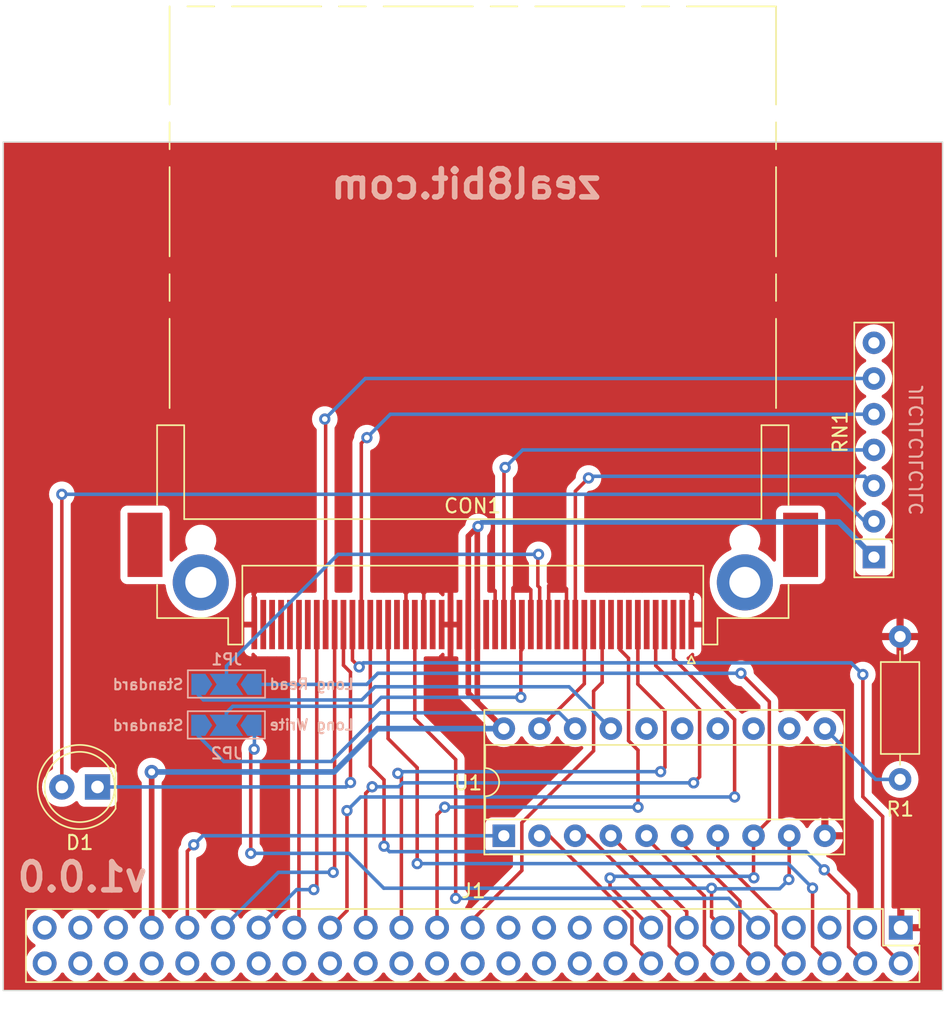
<source format=kicad_pcb>
(kicad_pcb (version 20221018) (generator pcbnew)
  (layers (0 "F.Cu" signal) (31 "B.Cu" signal) (34 "B.Paste" user) (35 "F.Paste" user) (36 "B.SilkS" user "B.Silkscreen") (37 "F.SilkS" user "F.Silkscreen") (38 "B.Mask" user) (39 "F.Mask" user) (44 "Edge.Cuts" user))
  (net 0 "")
  (net 1 "GND")
  (net 2 "/DATA_3")
  (net 3 "/DATA_4")
  (net 4 "/DATA_5")
  (net 5 "/DATA_6")
  (net 6 "/DATA_7")
  (net 7 "/~{CF_CS}")
  (net 8 "VCC")
  (net 9 "/ADDRESS_2")
  (net 10 "/ADDRESS_1")
  (net 11 "/ADDRESS_0")
  (net 12 "/DATA_0")
  (net 13 "/DATA_1")
  (net 14 "/DATA_2")
  (net 15 "/PULL_UP2")
  (net 16 "/~{RD}")
  (net 17 "/~{WR}")
  (net 18 "/PULL_UP0")
  (net 19 "/~{RESET}")
  (net 20 "/PULL_UP1")
  (net 21 "/PULL_UP3")
  (net 22 "/PULL_UP4")
  (net 23 "/~{BUSRQ_PIN}")
  (net 24 "/~{M1_PIN}")
  (net 25 "/~{WAIT_PIN}")
  (net 26 "/ADDRESS_3")
  (net 27 "/ADDRESS_4")
  (net 28 "/ADDRESS_5")
  (net 29 "/~{IORQ}")
  (net 30 "/ADDRESS_6")
  (net 31 "/ADDRESS_7")
  (net 32 "/~{HALT_PIN}")
  (net 33 "/ADDRESS_8")
  (net 34 "/~{MREQ_PIN}")
  (net 35 "/ADDRESS_9")
  (net 36 "/~{INT_PIN}")
  (net 37 "/ADDRESS_10")
  (net 38 "/~{NMI_PIN}")
  (net 39 "/ADDRESS_11")
  (net 40 "/ADDRESS_12")
  (net 41 "/ADDRESS_13")
  (net 42 "/EXT_ADDR_14")
  (net 43 "/EXT_ADDR_15")
  (net 44 "/EXT_ADDR_16")
  (net 45 "/EXT_ADDR_17")
  (net 46 "/EXT_ADDR_18")
  (net 47 "/EXT_ADDR_19")
  (net 48 "/CLK_PIN")
  (net 49 "/EXT_ADDR_20")
  (net 50 "/EXT_ADDR_21")
  (net 60 "/~{RD_DELAY}")
  (net 61 "/~{WR_DELAY}")
  (net 66 "Net-(CON1A-{slash}DASP)")
  (net 76 "Net-(U1-I10{slash}~{OE})")
  (net 80 "Net-(CON1A-{slash}IORD)")
  (net 81 "/~{WR_LATCH}")
  (net 82 "/~{RD_LATCH}")
  (net 83 "/~{CS_LATCH}")
  (net 84 "Net-(CON1A-{slash}IOWR)")
  (footprint "Resistor_THT:R_Axial_DIN0207_L6.3mm_D2.5mm_P10.16mm_Horizontal" (layer "F.Cu") (at 86.84 80.97 90)
    (fp_text reference "R1" (at -2.12 0.01 180) (layer "F.SilkS"))
    (fp_text value "Pull-Down")
    (pad "1" thru_hole circle (at 0 0 90) (size 1.6 1.6) (drill 0.8) (layers "*.Cu" "*.Mask") (net 76 "Net-(U1-I10{slash}~{OE})"))
    (pad "2" thru_hole oval (at 10.16 0 90) (size 1.6 1.6) (drill 0.8) (layers "*.Cu" "*.Mask") (net 1 "GND"))
  )
  (footprint "Resistor_THT:R_Array_SIP7" (layer "F.Cu") (at 84.98 65.155 90)
    (fp_text reference "RN1" (at 8.89 -2.4 90) (layer "F.SilkS"))
    (fp_text value "Pull-Up Resistors")
    (pad "1" thru_hole rect (at 0 0 90) (size 1.6 1.6) (drill 0.8) (layers "*.Cu" "*.Mask") (net 8 "VCC"))
    (pad "2" thru_hole oval (at 2.54 0 90) (size 1.6 1.6) (drill 0.8) (layers "*.Cu" "*.Mask") (net 22 "/PULL_UP4"))
    (pad "3" thru_hole oval (at 5.08 0 90) (size 1.6 1.6) (drill 0.8) (layers "*.Cu" "*.Mask") (net 15 "/PULL_UP2"))
    (pad "4" thru_hole oval (at 7.62 0 90) (size 1.6 1.6) (drill 0.8) (layers "*.Cu" "*.Mask") (net 18 "/PULL_UP0"))
    (pad "5" thru_hole oval (at 10.16 0 90) (size 1.6 1.6) (drill 0.8) (layers "*.Cu" "*.Mask") (net 20 "/PULL_UP1"))
    (pad "6" thru_hole oval (at 12.7 0 90) (size 1.6 1.6) (drill 0.8) (layers "*.Cu" "*.Mask") (net 21 "/PULL_UP3"))
    (pad "7" thru_hole oval (at 15.24 0 90) (size 1.6 1.6) (drill 0.8) (layers "*.Cu" "*.Mask"))
  )
  (footprint "Connector_PinHeader_2.54mm:PinHeader_2x25_P2.54mm_Vertical" (layer "F.Cu") (at 86.8934 91.5162 -90)
    (fp_text reference "J1" (at -2.6162 30.4292 180) (layer "F.SilkS"))
    (fp_text value "Extension port")
    (pad "1" thru_hole rect (at 0 0 270) (size 1.7 1.7) (drill 1) (layers "*.Cu" "*.Mask") (net 1 "GND"))
    (pad "2" thru_hole oval (at 2.54 0 270) (size 1.7 1.7) (drill 1) (layers "*.Cu" "*.Mask") (net 11 "/ADDRESS_0"))
    (pad "3" thru_hole oval (at 0 2.54 270) (size 1.7 1.7) (drill 1) (layers "*.Cu" "*.Mask") (net 23 "/~{BUSRQ_PIN}"))
    (pad "4" thru_hole oval (at 2.54 2.54 270) (size 1.7 1.7) (drill 1) (layers "*.Cu" "*.Mask") (net 10 "/ADDRESS_1"))
    (pad "5" thru_hole oval (at 0 5.08 270) (size 1.7 1.7) (drill 1) (layers "*.Cu" "*.Mask") (net 24 "/~{M1_PIN}"))
    (pad "6" thru_hole oval (at 2.54 5.08 270) (size 1.7 1.7) (drill 1) (layers "*.Cu" "*.Mask") (net 9 "/ADDRESS_2"))
    (pad "7" thru_hole oval (at 0 7.62 270) (size 1.7 1.7) (drill 1) (layers "*.Cu" "*.Mask") (net 25 "/~{WAIT_PIN}"))
    (pad "8" thru_hole oval (at 2.54 7.62 270) (size 1.7 1.7) (drill 1) (layers "*.Cu" "*.Mask") (net 26 "/ADDRESS_3"))
    (pad "9" thru_hole oval (at 0 10.16 270) (size 1.7 1.7) (drill 1) (layers "*.Cu" "*.Mask") (net 19 "/~{RESET}"))
    (pad "10" thru_hole oval (at 2.54 10.16 270) (size 1.7 1.7) (drill 1) (layers "*.Cu" "*.Mask") (net 27 "/ADDRESS_4"))
    (pad "11" thru_hole oval (at 0 12.7 270) (size 1.7 1.7) (drill 1) (layers "*.Cu" "*.Mask") (net 17 "/~{WR}"))
    (pad "12" thru_hole oval (at 2.54 12.7 270) (size 1.7 1.7) (drill 1) (layers "*.Cu" "*.Mask") (net 28 "/ADDRESS_5"))
    (pad "13" thru_hole oval (at 0 15.24 270) (size 1.7 1.7) (drill 1) (layers "*.Cu" "*.Mask") (net 29 "/~{IORQ}"))
    (pad "14" thru_hole oval (at 2.54 15.24 270) (size 1.7 1.7) (drill 1) (layers "*.Cu" "*.Mask") (net 30 "/ADDRESS_6"))
    (pad "15" thru_hole oval (at 0 17.78 270) (size 1.7 1.7) (drill 1) (layers "*.Cu" "*.Mask") (net 16 "/~{RD}"))
    (pad "16" thru_hole oval (at 2.54 17.78 270) (size 1.7 1.7) (drill 1) (layers "*.Cu" "*.Mask") (net 31 "/ADDRESS_7"))
    (pad "17" thru_hole oval (at 0 20.32 270) (size 1.7 1.7) (drill 1) (layers "*.Cu" "*.Mask") (net 32 "/~{HALT_PIN}"))
    (pad "18" thru_hole oval (at 2.54 20.32 270) (size 1.7 1.7) (drill 1) (layers "*.Cu" "*.Mask") (net 33 "/ADDRESS_8"))
    (pad "19" thru_hole oval (at 0 22.86 270) (size 1.7 1.7) (drill 1) (layers "*.Cu" "*.Mask") (net 34 "/~{MREQ_PIN}"))
    (pad "20" thru_hole oval (at 2.54 22.86 270) (size 1.7 1.7) (drill 1) (layers "*.Cu" "*.Mask") (net 35 "/ADDRESS_9"))
    (pad "21" thru_hole oval (at 0 25.4 270) (size 1.7 1.7) (drill 1) (layers "*.Cu" "*.Mask") (net 36 "/~{INT_PIN}"))
    (pad "22" thru_hole oval (at 2.54 25.4 270) (size 1.7 1.7) (drill 1) (layers "*.Cu" "*.Mask") (net 37 "/ADDRESS_10"))
    (pad "23" thru_hole oval (at 0 27.94 270) (size 1.7 1.7) (drill 1) (layers "*.Cu" "*.Mask") (net 38 "/~{NMI_PIN}"))
    (pad "24" thru_hole oval (at 2.54 27.94 270) (size 1.7 1.7) (drill 1) (layers "*.Cu" "*.Mask") (net 39 "/ADDRESS_11"))
    (pad "25" thru_hole oval (at 0 30.48 270) (size 1.7 1.7) (drill 1) (layers "*.Cu" "*.Mask") (net 6 "/DATA_7"))
    (pad "26" thru_hole oval (at 2.54 30.48 270) (size 1.7 1.7) (drill 1) (layers "*.Cu" "*.Mask") (net 40 "/ADDRESS_12"))
    (pad "27" thru_hole oval (at 0 33.02 270) (size 1.7 1.7) (drill 1) (layers "*.Cu" "*.Mask") (net 5 "/DATA_6"))
    (pad "28" thru_hole oval (at 2.54 33.02 270) (size 1.7 1.7) (drill 1) (layers "*.Cu" "*.Mask") (net 41 "/ADDRESS_13"))
    (pad "29" thru_hole oval (at 0 35.56 270) (size 1.7 1.7) (drill 1) (layers "*.Cu" "*.Mask") (net 4 "/DATA_5"))
    (pad "30" thru_hole oval (at 2.54 35.56 270) (size 1.7 1.7) (drill 1) (layers "*.Cu" "*.Mask") (net 42 "/EXT_ADDR_14"))
    (pad "31" thru_hole oval (at 0 38.1 270) (size 1.7 1.7) (drill 1) (layers "*.Cu" "*.Mask") (net 3 "/DATA_4"))
    (pad "32" thru_hole oval (at 2.54 38.1 270) (size 1.7 1.7) (drill 1) (layers "*.Cu" "*.Mask") (net 43 "/EXT_ADDR_15"))
    (pad "33" thru_hole oval (at 0 40.64 270) (size 1.7 1.7) (drill 1) (layers "*.Cu" "*.Mask") (net 2 "/DATA_3"))
    (pad "34" thru_hole oval (at 2.54 40.64 270) (size 1.7 1.7) (drill 1) (layers "*.Cu" "*.Mask") (net 44 "/EXT_ADDR_16"))
    (pad "35" thru_hole oval (at 0 43.18 270) (size 1.7 1.7) (drill 1) (layers "*.Cu" "*.Mask") (net 14 "/DATA_2"))
    (pad "36" thru_hole oval (at 2.54 43.18 270) (size 1.7 1.7) (drill 1) (layers "*.Cu" "*.Mask") (net 45 "/EXT_ADDR_17"))
    (pad "37" thru_hole oval (at 0 45.72 270) (size 1.7 1.7) (drill 1) (layers "*.Cu" "*.Mask") (net 13 "/DATA_1"))
    (pad "38" thru_hole oval (at 2.54 45.72 270) (size 1.7 1.7) (drill 1) (layers "*.Cu" "*.Mask") (net 46 "/EXT_ADDR_18"))
    (pad "39" thru_hole oval (at 0 48.26 270) (size 1.7 1.7) (drill 1) (layers "*.Cu" "*.Mask") (net 12 "/DATA_0"))
    (pad "40" thru_hole oval (at 2.54 48.26 270) (size 1.7 1.7) (drill 1) (layers "*.Cu" "*.Mask") (net 47 "/EXT_ADDR_19"))
    (pad "41" thru_hole oval (at 0 50.8 270) (size 1.7 1.7) (drill 1) (layers "*.Cu" "*.Mask") (net 48 "/CLK_PIN"))
    (pad "42" thru_hole oval (at 2.54 50.8 270) (size 1.7 1.7) (drill 1) (layers "*.Cu" "*.Mask") (net 49 "/EXT_ADDR_20"))
    (pad "43" thru_hole oval (at 0 53.34 270) (size 1.7 1.7) (drill 1) (layers "*.Cu" "*.Mask") (net 8 "VCC"))
    (pad "44" thru_hole oval (at 2.54 53.34 270) (size 1.7 1.7) (drill 1) (layers "*.Cu" "*.Mask") (net 50 "/EXT_ADDR_21"))
    (pad "45" thru_hole oval (at 0 55.88 270) (size 1.7 1.7) (drill 1) (layers "*.Cu" "*.Mask"))
    (pad "46" thru_hole oval (at 2.54 55.88 270) (size 1.7 1.7) (drill 1) (layers "*.Cu" "*.Mask"))
    (pad "47" thru_hole oval (at 0 58.42 270) (size 1.7 1.7) (drill 1) (layers "*.Cu" "*.Mask"))
    (pad "48" thru_hole oval (at 2.54 58.42 270) (size 1.7 1.7) (drill 1) (layers "*.Cu" "*.Mask"))
    (pad "49" thru_hole oval (at 0 60.96 270) (size 1.7 1.7) (drill 1) (layers "*.Cu" "*.Mask"))
    (pad "50" thru_hole oval (at 2.54 60.96 270) (size 1.7 1.7) (drill 1) (layers "*.Cu" "*.Mask"))
  )
  (footprint "Package_DIP:DIP-20_W7.62mm_Socket" (layer "F.Cu") (at 58.6282 84.9784 90)
    (fp_text reference "U1" (at 3.7492 -2.545 180) (layer "F.SilkS"))
    (fp_text value "GAL16V8")
    (pad "1" thru_hole rect (at 0 0 90) (size 1.6 1.6) (drill 0.8) (layers "*.Cu" "*.Mask") (net 48 "/CLK_PIN"))
    (pad "2" thru_hole oval (at 0 2.54 90) (size 1.6 1.6) (drill 0.8) (layers "*.Cu" "*.Mask") (net 31 "/ADDRESS_7"))
    (pad "3" thru_hole oval (at 0 5.08 90) (size 1.6 1.6) (drill 0.8) (layers "*.Cu" "*.Mask") (net 30 "/ADDRESS_6"))
    (pad "4" thru_hole oval (at 0 7.62 90) (size 1.6 1.6) (drill 0.8) (layers "*.Cu" "*.Mask") (net 29 "/~{IORQ}"))
    (pad "5" thru_hole oval (at 0 10.16 90) (size 1.6 1.6) (drill 0.8) (layers "*.Cu" "*.Mask") (net 28 "/ADDRESS_5"))
    (pad "6" thru_hole oval (at 0 12.7 90) (size 1.6 1.6) (drill 0.8) (layers "*.Cu" "*.Mask") (net 27 "/ADDRESS_4"))
    (pad "7" thru_hole oval (at 0 15.24 90) (size 1.6 1.6) (drill 0.8) (layers "*.Cu" "*.Mask") (net 26 "/ADDRESS_3"))
    (pad "8" thru_hole oval (at 0 17.78 90) (size 1.6 1.6) (drill 0.8) (layers "*.Cu" "*.Mask") (net 16 "/~{RD}"))
    (pad "9" thru_hole oval (at 0 20.32 90) (size 1.6 1.6) (drill 0.8) (layers "*.Cu" "*.Mask") (net 17 "/~{WR}"))
    (pad "10" thru_hole oval (at 0 22.86 90) (size 1.6 1.6) (drill 0.8) (layers "*.Cu" "*.Mask") (net 1 "GND"))
    (pad "11" thru_hole oval (at 7.62 22.86 90) (size 1.6 1.6) (drill 0.8) (layers "*.Cu" "*.Mask") (net 76 "Net-(U1-I10{slash}~{OE})"))
    (pad "12" thru_hole oval (at 7.62 20.32 90) (size 1.6 1.6) (drill 0.8) (layers "*.Cu" "*.Mask"))
    (pad "13" thru_hole oval (at 7.62 17.78 90) (size 1.6 1.6) (drill 0.8) (layers "*.Cu" "*.Mask"))
    (pad "14" thru_hole oval (at 7.62 15.24 90) (size 1.6 1.6) (drill 0.8) (layers "*.Cu" "*.Mask") (net 83 "/~{CS_LATCH}"))
    (pad "15" thru_hole oval (at 7.62 12.7 90) (size 1.6 1.6) (drill 0.8) (layers "*.Cu" "*.Mask") (net 81 "/~{WR_LATCH}"))
    (pad "16" thru_hole oval (at 7.62 10.16 90) (size 1.6 1.6) (drill 0.8) (layers "*.Cu" "*.Mask") (net 82 "/~{RD_LATCH}"))
    (pad "17" thru_hole oval (at 7.62 7.62 90) (size 1.6 1.6) (drill 0.8) (layers "*.Cu" "*.Mask") (net 60 "/~{RD_DELAY}"))
    (pad "18" thru_hole oval (at 7.62 5.08 90) (size 1.6 1.6) (drill 0.8) (layers "*.Cu" "*.Mask") (net 61 "/~{WR_DELAY}"))
    (pad "19" thru_hole oval (at 7.62 2.54 90) (size 1.6 1.6) (drill 0.8) (layers "*.Cu" "*.Mask") (net 7 "/~{CF_CS}"))
    (pad "20" thru_hole oval (at 7.62 0 90) (size 1.6 1.6) (drill 0.8) (layers "*.Cu" "*.Mask") (net 8 "VCC"))
  )
  (footprint "LED_THT:LED_D5.0mm" (layer "F.Cu") (at 29.6976 81.5086 180)
    (fp_text reference "D1" (at 1.27 -3.96) (layer "F.SilkS"))
    (fp_text value "LED")
    (pad "1" thru_hole rect (at 0 0 180) (size 1.8 1.8) (drill 0.9) (layers "*.Cu" "*.Mask") (net 66 "Net-(CON1A-{slash}DASP)"))
    (pad "2" thru_hole circle (at 2.54 0 180) (size 1.8 1.8) (drill 0.9) (layers "*.Cu" "*.Mask") (net 22 "/PULL_UP4"))
  )
  (footprint "Connector_Card:CF-Card_3M_N7E50-E516xx-30" (layer "F.Cu") (at 56.4202 66.8565 90)
    (fp_text reference "CON1" (at 5.3365 -0.0202 180) (layer "F.SilkS"))
    (fp_text value "CF-CARD")
    (pad "" thru_hole circle (at -0.1 -19.37 180) (size 3.99 3.99) (drill 2.21) (layers "*.Cu" "*.Mask"))
    (pad "" thru_hole circle (at -0.1 19.37 180) (size 3.99 3.99) (drill 2.21) (layers "*.Cu" "*.Mask"))
    (pad "" smd rect (at 2.57 -23.34 180) (size 2.49 4.57) (layers "F.Cu" "F.Paste" "F.Mask"))
    (pad "" smd rect (at 2.57 23.34 180) (size 2.49 4.57) (layers "F.Cu" "F.Paste" "F.Mask"))
    (pad "" np_thru_hole circle (at 2.9 -19.37 180) (size 1.7 1.7) (drill 1.7) (layers "*.Cu" "*.Mask"))
    (pad "" np_thru_hole circle (at 2.9 19.37 180) (size 1.7 1.7) (drill 1.7) (layers "*.Cu" "*.Mask"))
    (pad "1" smd rect (at -3.1 15.56) (size 0.41 3.51) (layers "F.Cu" "F.Paste" "F.Mask") (net 1 "GND"))
    (pad "2" smd rect (at -3.1 14.29) (size 0.41 3.51) (layers "F.Cu" "F.Paste" "F.Mask") (net 2 "/DATA_3"))
    (pad "3" smd rect (at -3.1 13.02) (size 0.41 3.51) (layers "F.Cu" "F.Paste" "F.Mask") (net 3 "/DATA_4"))
    (pad "4" smd rect (at -3.1 11.75) (size 0.41 3.51) (layers "F.Cu" "F.Paste" "F.Mask") (net 4 "/DATA_5"))
    (pad "5" smd rect (at -3.1 10.48) (size 0.41 3.51) (layers "F.Cu" "F.Paste" "F.Mask") (net 5 "/DATA_6"))
    (pad "6" smd rect (at -3.1 9.21) (size 0.41 3.51) (layers "F.Cu" "F.Paste" "F.Mask") (net 6 "/DATA_7"))
    (pad "7" smd rect (at -3.1 7.94) (size 0.41 3.51) (layers "F.Cu" "F.Paste" "F.Mask") (net 7 "/~{CF_CS}"))
    (pad "8" smd rect (at -3.1 6.67) (size 0.41 3.51) (layers "F.Cu" "F.Paste" "F.Mask") (net 1 "GND"))
    (pad "9" smd rect (at -3.1 5.4) (size 0.41 3.51) (layers "F.Cu" "F.Paste" "F.Mask") (net 1 "GND"))
    (pad "10" smd rect (at -3.1 4.13) (size 0.41 3.51) (layers "F.Cu" "F.Paste" "F.Mask") (net 1 "GND"))
    (pad "11" smd rect (at -3.1 2.86) (size 0.41 3.51) (layers "F.Cu" "F.Paste" "F.Mask") (net 1 "GND"))
    (pad "12" smd rect (at -3.1 1.59) (size 0.41 3.51) (layers "F.Cu" "F.Paste" "F.Mask") (net 1 "GND"))
    (pad "13" smd rect (at -3.1 0.32) (size 0.41 3.51) (layers "F.Cu" "F.Paste" "F.Mask") (net 8 "VCC"))
    (pad "14" smd rect (at -3.1 -0.95) (size 0.41 3.51) (layers "F.Cu" "F.Paste" "F.Mask") (net 1 "GND"))
    (pad "15" smd rect (at -3.1 -2.22) (size 0.41 3.51) (layers "F.Cu" "F.Paste" "F.Mask") (net 1 "GND"))
    (pad "16" smd rect (at -3.1 -3.49) (size 0.41 3.51) (layers "F.Cu" "F.Paste" "F.Mask") (net 1 "GND"))
    (pad "17" smd rect (at -3.1 -4.76) (size 0.41 3.51) (layers "F.Cu" "F.Paste" "F.Mask") (net 1 "GND"))
    (pad "18" smd rect (at -3.1 -6.03) (size 0.41 3.51) (layers "F.Cu" "F.Paste" "F.Mask") (net 9 "/ADDRESS_2"))
    (pad "19" smd rect (at -3.1 -7.3) (size 0.41 3.51) (layers "F.Cu" "F.Paste" "F.Mask") (net 10 "/ADDRESS_1"))
    (pad "20" smd rect (at -3.1 -8.57) (size 0.41 3.51) (layers "F.Cu" "F.Paste" "F.Mask") (net 11 "/ADDRESS_0"))
    (pad "21" smd rect (at -3.1 -9.84) (size 0.41 3.51) (layers "F.Cu" "F.Paste" "F.Mask") (net 12 "/DATA_0"))
    (pad "22" smd rect (at -3.1 -11.11) (size 0.41 3.51) (layers "F.Cu" "F.Paste" "F.Mask") (net 13 "/DATA_1"))
    (pad "23" smd rect (at -3.1 -12.38) (size 0.41 3.51) (layers "F.Cu" "F.Paste" "F.Mask") (net 14 "/DATA_2"))
    (pad "24" smd rect (at -3.1 -13.65) (size 0.41 3.51) (layers "F.Cu" "F.Paste" "F.Mask"))
    (pad "25" smd rect (at -3.1 -14.92) (size 0.41 3.51) (layers "F.Cu" "F.Paste" "F.Mask"))
    (pad "26" smd rect (at -3.1 14.92) (size 0.41 3.51) (layers "F.Cu" "F.Paste" "F.Mask"))
    (pad "27" smd rect (at -3.1 13.65) (size 0.41 3.51) (layers "F.Cu" "F.Paste" "F.Mask"))
    (pad "28" smd rect (at -3.1 12.38) (size 0.41 3.51) (layers "F.Cu" "F.Paste" "F.Mask"))
    (pad "29" smd rect (at -3.1 11.11) (size 0.41 3.51) (layers "F.Cu" "F.Paste" "F.Mask"))
    (pad "30" smd rect (at -3.1 9.84) (size 0.41 3.51) (layers "F.Cu" "F.Paste" "F.Mask"))
    (pad "31" smd rect (at -3.1 8.57) (size 0.41 3.51) (layers "F.Cu" "F.Paste" "F.Mask"))
    (pad "32" smd rect (at -3.1 7.3) (size 0.41 3.51) (layers "F.Cu" "F.Paste" "F.Mask") (net 15 "/PULL_UP2"))
    (pad "33" smd rect (at -3.1 6.03) (size 0.41 3.51) (layers "F.Cu" "F.Paste" "F.Mask"))
    (pad "34" smd rect (at -3.1 4.76) (size 0.41 3.51) (layers "F.Cu" "F.Paste" "F.Mask") (net 80 "Net-(CON1A-{slash}IORD)"))
    (pad "35" smd rect (at -3.1 3.49) (size 0.41 3.51) (layers "F.Cu" "F.Paste" "F.Mask") (net 84 "Net-(CON1A-{slash}IOWR)"))
    (pad "36" smd rect (at -3.1 2.22) (size 0.41 3.51) (layers "F.Cu" "F.Paste" "F.Mask") (net 18 "/PULL_UP0"))
    (pad "37" smd rect (at -3.1 0.95) (size 0.41 3.51) (layers "F.Cu" "F.Paste" "F.Mask"))
    (pad "38" smd rect (at -3.1 -0.32) (size 0.41 3.51) (layers "F.Cu" "F.Paste" "F.Mask") (net 8 "VCC"))
    (pad "39" smd rect (at -3.1 -1.59) (size 0.41 3.51) (layers "F.Cu" "F.Paste" "F.Mask") (net 1 "GND"))
    (pad "40" smd rect (at -3.1 -2.86) (size 0.41 3.51) (layers "F.Cu" "F.Paste" "F.Mask"))
    (pad "41" smd rect (at -3.1 -4.13) (size 0.41 3.51) (layers "F.Cu" "F.Paste" "F.Mask") (net 19 "/~{RESET}"))
    (pad "42" smd rect (at -3.1 -5.4) (size 0.41 3.51) (layers "F.Cu" "F.Paste" "F.Mask"))
    (pad "43" smd rect (at -3.1 -6.67) (size 0.41 3.51) (layers "F.Cu" "F.Paste" "F.Mask"))
    (pad "44" smd rect (at -3.1 -7.94) (size 0.41 3.51) (layers "F.Cu" "F.Paste" "F.Mask") (net 20 "/PULL_UP1"))
    (pad "45" smd rect (at -3.1 -9.21) (size 0.41 3.51) (layers "F.Cu" "F.Paste" "F.Mask") (net 66 "Net-(CON1A-{slash}DASP)"))
    (pad "46" smd rect (at -3.1 -10.48) (size 0.41 3.51) (layers "F.Cu" "F.Paste" "F.Mask") (net 21 "/PULL_UP3"))
    (pad "47" smd rect (at -3.1 -11.75) (size 0.41 3.51) (layers "F.Cu" "F.Paste" "F.Mask"))
    (pad "48" smd rect (at -3.1 -13.02) (size 0.41 3.51) (layers "F.Cu" "F.Paste" "F.Mask"))
    (pad "49" smd rect (at -3.1 -14.29) (size 0.41 3.51) (layers "F.Cu" "F.Paste" "F.Mask"))
    (pad "50" smd rect (at -3.1 -15.56) (size 0.41 3.51) (layers "F.Cu" "F.Paste" "F.Mask") (net 1 "GND"))
  )
  (footprint "Jumper:SolderJumper-3_P2.0mm_Open_TrianglePad1.0x1.5mm_NumberLabels" (layer "B.Cu") (at 38.88 74.21 180)
    (fp_text reference "JP1" (at -0.015 1.775) (layer "B.SilkS") (effects (font (size 0.8 0.8)) (justify mirror)))
    (fp_text value "RD_Choice")
    (fp_text user "Long Read" (at -6.06 0.01) (layer "B.SilkS") (effects (font (size 0.75 0.75)) (justify mirror)))
    (fp_text user "Standard" (at 5.59 -0.01) (layer "B.SilkS") (effects (font (size 0.75 0.75) (thickness 0.15) bold) (justify mirror)))
    (pad "1" smd custom (at -2 0 180) (size 0.3 0.3) (layers "B.Cu" "B.Mask") (net 16 "/~{RD}") (options (clearance outline) (anchor rect)) (primitives (gr_poly (pts (xy 1 0) (xy 0.5 -0.75) (xy -0.5 -0.75) (xy -0.5 0.75) (xy 0.5 0.75)) (width 0) (fill yes))))
    (pad "2" smd custom (at 0 0 180) (size 0.3 0.3) (layers "B.Cu") (net 80 "Net-(CON1A-{slash}IORD)") (options (clearance outline) (anchor rect)) (primitives (gr_poly (pts (xy 0.7 0) (xy 1.2 -0.75) (xy -1.2 -0.75) (xy -0.7 0) (xy -1.2 0.75) (xy 1.2 0.75)) (width 0) (fill yes))))
    (pad "3" smd custom (at 2 0) (size 0.3 0.3) (layers "B.Cu" "B.Mask") (net 60 "/~{RD_DELAY}") (options (clearance outline) (anchor rect)) (primitives (gr_poly (pts (xy 1 0) (xy 0.5 -0.75) (xy -0.5 -0.75) (xy -0.5 0.75) (xy 0.5 0.75)) (width 0) (fill yes))))
  )
  (footprint "Jumper:SolderJumper-3_P2.0mm_Open_TrianglePad1.0x1.5mm_NumberLabels" (layer "B.Cu") (at 38.87 77.12 180)
    (fp_text reference "JP2" (at 0 -2) (layer "B.SilkS") (effects (font (size 0.8 0.8)) (justify mirror)))
    (fp_text value "RD_Choice")
    (fp_text user "Standard" (at 5.57 -0.01) (layer "B.SilkS") (effects (font (size 0.75 0.75)) (justify mirror)))
    (fp_text user "Long Write" (at -6.069999 0.03) (layer "B.SilkS") (effects (font (size 0.75 0.75)) (justify mirror)))
    (pad "1" smd custom (at -2 0 180) (size 0.3 0.3) (layers "B.Cu" "B.Mask") (net 17 "/~{WR}") (options (clearance outline) (anchor rect)) (primitives (gr_poly (pts (xy 1 0) (xy 0.5 -0.75) (xy -0.5 -0.75) (xy -0.5 0.75) (xy 0.5 0.75)) (width 0) (fill yes))))
    (pad "2" smd custom (at 0 0 180) (size 0.3 0.3) (layers "B.Cu") (net 84 "Net-(CON1A-{slash}IOWR)") (options (clearance outline) (anchor rect)) (primitives (gr_poly (pts (xy 0.7 0) (xy 1.2 -0.75) (xy -1.2 -0.75) (xy -0.7 0) (xy -1.2 0.75) (xy 1.2 0.75)) (width 0) (fill yes))))
    (pad "3" smd custom (at 2 0) (size 0.3 0.3) (layers "B.Cu" "B.Mask") (net 61 "/~{WR_DELAY}") (options (clearance outline) (anchor rect)) (primitives (gr_poly (pts (xy 1 0) (xy 0.5 -0.75) (xy -0.5 -0.75) (xy -0.5 0.75) (xy 0.5 0.75)) (width 0) (fill yes))))
  )
  (gr_rect (start 22.987 35.6362) (end 89.8652 95.9866) (stroke (width 0.1)) (fill none) (layer "Edge.Cuts"))
  (gr_text "JLCJLCJLCJLC" (at 88.01 57.54 90) (layer "B.SilkS") (effects (font (size 0.9 0.9) (thickness 0.15) bold) (justify mirror)))
  (gr_text "v1.0.0" (at 28.62 87.92) (layer "B.SilkS") (effects (font (size 2 2) (thickness 0.4)) (justify mirror)))
  (gr_text "zeal8bit.com" (at 55.94 38.63) (layer "B.SilkS") (effects (font (size 2 2) (thickness 0.4)) (justify mirror)))
  (segment (start 40.8602 68.17688) (end 40.8602 68.070814) (width 0.4) (layer "F.Cu") (net 1))
  (segment (start 51.6602 69.9565) (end 51.6602 67.2398) (width 0.25) (layer "F.Cu") (net 1))
  (segment (start 59.2802 69.9565) (end 59.2802 67.3598) (width 0.25) (layer "F.Cu") (net 1))
  (segment (start 40.8602 69.9565) (end 40.8602 68.17688) (width 0.25) (layer "F.Cu") (net 1))
  (segment (start 71.9802 69.9565) (end 71.9802 67.3698) (width 0.25) (layer "F.Cu") (net 1))
  (segment (start 51.6602 69.9565) (end 51.6602 68.16688) (width 0.25) (layer "F.Cu") (net 1))
  (segment (start 60.5502 67.4902) (end 60.03 66.97) (width 0.25) (layer "F.Cu") (net 1))
  (segment (start 52.9302 69.9565) (end 52.9302 67.3598) (width 0.25) (layer "F.Cu") (net 1))
  (segment (start 71.9802 67.3698) (end 71.99 67.36) (width 0.25) (layer "F.Cu") (net 1))
  (segment (start 63.0902 67.4202) (end 62.69 67.02) (width 0.25) (layer "F.Cu") (net 1))
  (segment (start 58.0102 67.5702) (end 57.81 67.37) (width 0.25) (layer "F.Cu") (net 1))
  (segment (start 60.5502 69.9565) (end 60.5502 67.4902) (width 0.25) (layer "F.Cu") (net 1))
  (segment (start 63.0902 69.9565) (end 63.0902 67.4202) (width 0.25) (layer "F.Cu") (net 1))
  (segment (start 61.8202 69.9565) (end 61.8202 67.3402) (width 0.25) (layer "F.Cu") (net 1))
  (segment (start 52.9302 67.3598) (end 53.04 67.25) (width 0.25) (layer "F.Cu") (net 1))
  (segment (start 59.2802 67.3598) (end 59.67 66.97) (width 0.25) (layer "F.Cu") (net 1))
  (segment (start 61.8202 67.1898) (end 61.95 67.06) (width 0.25) (layer "F.Cu") (net 1))
  (segment (start 58.0102 69.9565) (end 58.0102 67.5702) (width 0.25) (layer "F.Cu") (net 1))
  (segment (start 51.6602 67.2398) (end 51.67 67.23) (width 0.25) (layer "F.Cu") (net 1))
  (segment (start 40.8602 67.4702) (end 40.86 67.47) (width 0.25) (layer "F.Cu") (net 1))
  (segment (start 40.8602 68.17688) (end 40.8602 67.4702) (width 0.25) (layer "F.Cu") (net 1))
  (segment (start 61.8202 67.3402) (end 61.8202 67.1898) (width 0.25) (layer "F.Cu") (net 1))
  (segment (start 70.7102 72.3702) (end 75.060002 76.720002) (width 0.25) (layer "F.Cu") (net 2))
  (segment (start 70.7102 69.9565) (end 70.7102 72.3702) (width 0.25) (layer "F.Cu") (net 2))
  (segment (start 46.2534 91.5162) (end 47.46 90.3096) (width 0.25) (layer "F.Cu") (net 2))
  (segment (start 75.060002 76.720002) (end 75.060002 82.22) (width 0.25) (layer "F.Cu") (net 2))
  (segment (start 47.46 90.3096) (end 47.46 83.19) (width 0.25) (layer "F.Cu") (net 2))
  (via (at 75.060002 82.22) (size 0.8) (drill 0.4) (layers "F.Cu" "B.Cu") (net 2))
  (via (at 47.46 83.19) (size 0.8) (drill 0.4) (layers "F.Cu" "B.Cu") (net 2))
  (segment (start 48.43 82.22) (end 75.060002 82.22) (width 0.25) (layer "B.Cu") (net 2))
  (segment (start 47.46 83.19) (end 48.43 82.22) (width 0.25) (layer "B.Cu") (net 2))
  (segment (start 69.4402 69.9565) (end 69.4402 72.8702) (width 0.25) (layer "F.Cu") (net 3))
  (segment (start 72.57 80.785) (end 72.14 81.215) (width 0.25) (layer "F.Cu") (net 3))
  (segment (start 48.7934 81.956628) (end 49.255028 81.495) (width 0.25) (layer "F.Cu") (net 3))
  (segment (start 48.7934 91.5162) (end 48.7934 81.956628) (width 0.25) (layer "F.Cu") (net 3))
  (segment (start 69.4402 72.8702) (end 72.57 76) (width 0.25) (layer "F.Cu") (net 3))
  (segment (start 72.57 76) (end 72.57 80.785) (width 0.25) (layer "F.Cu") (net 3))
  (via (at 49.255028 81.495) (size 0.8) (drill 0.4) (layers "F.Cu" "B.Cu") (net 3))
  (via (at 72.14 81.215) (size 0.8) (drill 0.4) (layers "F.Cu" "B.Cu") (net 3))
  (segment (start 51.431972 81.215) (end 51.151972 81.495) (width 0.25) (layer "B.Cu") (net 3))
  (segment (start 72.14 81.215) (end 51.431972 81.215) (width 0.25) (layer "B.Cu") (net 3))
  (segment (start 51.151972 81.495) (end 49.255028 81.495) (width 0.25) (layer "B.Cu") (net 3))
  (segment (start 51.3334 91.5162) (end 51.3334 80.791733) (width 0.25) (layer "F.Cu") (net 4))
  (segment (start 68.1702 74.1902) (end 70.1 76.12) (width 0.25) (layer "F.Cu") (net 4))
  (segment (start 70.1 76.12) (end 70.1 80.11) (width 0.25) (layer "F.Cu") (net 4))
  (segment (start 70.1 80.11) (end 69.79 80.42) (width 0.25) (layer "F.Cu") (net 4))
  (segment (start 51.3334 80.791733) (end 51.081667 80.54) (width 0.25) (layer "F.Cu") (net 4))
  (segment (start 68.1702 69.9565) (end 68.1702 74.1902) (width 0.25) (layer "F.Cu") (net 4))
  (via (at 69.79 80.42) (size 0.8) (drill 0.4) (layers "F.Cu" "B.Cu") (net 4))
  (via (at 51.081667 80.54) (size 0.8) (drill 0.4) (layers "F.Cu" "B.Cu") (net 4))
  (segment (start 51.201667 80.42) (end 51.081667 80.54) (width 0.25) (layer "B.Cu") (net 4))
  (segment (start 69.79 80.42) (end 51.201667 80.42) (width 0.25) (layer "B.Cu") (net 4))
  (segment (start 53.8734 91.5162) (end 53.8734 83.4916) (width 0.25) (layer "F.Cu") (net 5))
  (segment (start 67.51 78.22) (end 68.181617 78.891617) (width 0.25) (layer "F.Cu") (net 5))
  (segment (start 68.181617 78.891617) (end 68.181617 82.945) (width 0.25) (layer "F.Cu") (net 5))
  (segment (start 53.8734 83.4916) (end 54.42 82.945) (width 0.25) (layer "F.Cu") (net 5))
  (segment (start 66.9002 69.9565) (end 66.9002 71.74612) (width 0.25) (layer "F.Cu") (net 5))
  (segment (start 66.9002 71.74612) (end 67.51 72.35592) (width 0.25) (layer "F.Cu") (net 5))
  (segment (start 67.51 72.35592) (end 67.51 78.22) (width 0.25) (layer "F.Cu") (net 5))
  (via (at 54.42 82.945) (size 0.8) (drill 0.4) (layers "F.Cu" "B.Cu") (net 5))
  (via (at 68.181617 82.945) (size 0.8) (drill 0.4) (layers "F.Cu" "B.Cu") (net 5))
  (segment (start 54.42 82.945) (end 54.425 82.94) (width 0.25) (layer "B.Cu") (net 5))
  (segment (start 54.425 82.94) (end 68.176617 82.94) (width 0.25) (layer "B.Cu") (net 5))
  (segment (start 68.176617 82.94) (end 68.181617 82.945) (width 0.25) (layer "B.Cu") (net 5))
  (segment (start 65.02 78.94) (end 59.91 84.05) (width 0.25) (layer "F.Cu") (net 6))
  (segment (start 56.4134 90.9466) (end 56.4134 91.5162) (width 0.25) (layer "F.Cu") (net 6))
  (segment (start 65.6302 69.9565) (end 65.6302 74.0798) (width 0.25) (layer "F.Cu") (net 6))
  (segment (start 65.6302 74.0798) (end 65.02 74.69) (width 0.25) (layer "F.Cu") (net 6))
  (segment (start 59.91 87.45) (end 56.4134 90.9466) (width 0.25) (layer "F.Cu") (net 6))
  (segment (start 65.02 74.69) (end 65.02 78.94) (width 0.25) (layer "F.Cu") (net 6))
  (segment (start 59.91 84.05) (end 59.91 87.45) (width 0.25) (layer "F.Cu") (net 6))
  (segment (start 64.3602 74.1664) (end 64.3602 69.9565) (width 0.25) (layer "F.Cu") (net 7))
  (segment (start 61.1682 77.3584) (end 64.3602 74.1664) (width 0.25) (layer "F.Cu") (net 7))
  (segment (start 56.7402 75.4704) (end 56.7402 69.9565) (width 0.4) (layer "F.Cu") (net 8))
  (segment (start 33.5534 91.5162) (end 33.5534 80.439998) (width 0.4) (layer "F.Cu") (net 8))
  (segment (start 56.1002 69.9565) (end 56.1002 63.6698) (width 0.4) (layer "F.Cu") (net 8))
  (segment (start 56.1002 74.8304) (end 56.1002 69.9565) (width 0.4) (layer "F.Cu") (net 8))
  (segment (start 56.7402 63.0298) (end 56.79 62.98) (width 0.4) (layer "F.Cu") (net 8))
  (segment (start 56.7402 69.9565) (end 56.7402 63.0298) (width 0.4) (layer "F.Cu") (net 8))
  (segment (start 58.6282 77.3584) (end 56.1002 74.8304) (width 0.4) (layer "F.Cu") (net 8))
  (segment (start 56.1002 63.6698) (end 56.79 62.98) (width 0.4) (layer "F.Cu") (net 8))
  (via (at 56.79 62.98) (size 0.8) (drill 0.4) (layers "F.Cu" "B.Cu") (net 8))
  (via (at 33.5534 80.439998) (size 1) (drill 0.5) (layers "F.Cu" "B.Cu") (net 8))
  (segment (start 82.4815 62.6565) (end 84.98 65.155) (width 0.4) (layer "B.Cu") (net 8))
  (segment (start 46.542464 80.439998) (end 33.5534 80.439998) (width 0.4) (layer "B.Cu") (net 8))
  (segment (start 56.79 62.98) (end 57.1135 62.6565) (width 0.4) (layer "B.Cu") (net 8))
  (segment (start 57.1135 62.6565) (end 82.4815 62.6565) (width 0.4) (layer "B.Cu") (net 8))
  (segment (start 49.624062 77.3584) (end 46.542464 80.439998) (width 0.4) (layer "B.Cu") (net 8))
  (segment (start 58.6282 77.3584) (end 49.624062 77.3584) (width 0.4) (layer "B.Cu") (net 8))
  (segment (start 50.3902 78.0702) (end 52.46 80.14) (width 0.25) (layer "F.Cu") (net 9))
  (segment (start 80.61 92.8528) (end 81.8134 94.0562) (width 0.25) (layer "F.Cu") (net 9))
  (segment (start 50.3902 69.9565) (end 50.3902 78.0702) (width 0.25) (layer "F.Cu") (net 9))
  (segment (start 52.46 80.14) (end 52.46 86.96) (width 0.25) (layer "F.Cu") (net 9))
  (segment (start 80.61 88.7) (end 80.61 92.8528) (width 0.25) (layer "F.Cu") (net 9))
  (via (at 52.46 86.96) (size 0.8) (drill 0.4) (layers "F.Cu" "B.Cu") (net 9))
  (via (at 80.61 88.7) (size 0.8) (drill 0.4) (layers "F.Cu" "B.Cu") (net 9))
  (segment (start 78.87 86.96) (end 52.46 86.96) (width 0.25) (layer "B.Cu") (net 9))
  (segment (start 80.61 88.7) (end 78.87 86.96) (width 0.25) (layer "B.Cu") (net 9))
  (segment (start 50.1 81.01) (end 50.1 85.72) (width 0.25) (layer "F.Cu") (net 10))
  (segment (start 83.1784 92.8812) (end 84.3534 94.0562) (width 0.25) (layer "F.Cu") (net 10))
  (segment (start 49.1202 80.0302) (end 50.1 81.01) (width 0.25) (layer "F.Cu") (net 10))
  (segment (start 49.1202 69.9565) (end 49.1202 80.0302) (width 0.25) (layer "F.Cu") (net 10))
  (segment (start 81.44 87.4) (end 83.1784 89.1384) (width 0.25) (layer "F.Cu") (net 10))
  (segment (start 83.1784 89.1384) (end 83.1784 92.8812) (width 0.25) (layer "F.Cu") (net 10))
  (via (at 50.1 85.72) (size 0.8) (drill 0.4) (layers "F.Cu" "B.Cu") (net 10))
  (via (at 81.44 87.4) (size 0.8) (drill 0.4) (layers "F.Cu" "B.Cu") (net 10))
  (segment (start 81.44 87.4) (end 80.15 86.11) (width 0.25) (layer "B.Cu") (net 10))
  (segment (start 80.15 86.11) (end 50.49 86.11) (width 0.25) (layer "B.Cu") (net 10))
  (segment (start 50.49 86.11) (end 50.1 85.72) (width 0.25) (layer "B.Cu") (net 10))
  (segment (start 47.8502 69.9565) (end 47.8502 72.4902) (width 0.25) (layer "F.Cu") (net 11))
  (segment (start 85.6 83.61) (end 85.6 92.7628) (width 0.25) (layer "F.Cu") (net 11))
  (segment (start 85.6 92.7628) (end 86.8934 94.0562) (width 0.25) (layer "F.Cu") (net 11))
  (segment (start 47.8502 72.4902) (end 48.33 72.97) (width 0.25) (layer "F.Cu") (net 11))
  (segment (start 84.19 73.51) (end 84.19 82.2) (width 0.25) (layer "F.Cu") (net 11))
  (segment (start 84.19 82.2) (end 85.6 83.61) (width 0.25) (layer "F.Cu") (net 11))
  (via (at 84.19 73.51) (size 0.8) (drill 0.4) (layers "F.Cu" "B.Cu") (net 11))
  (via (at 48.33 72.97) (size 0.8) (drill 0.4) (layers "F.Cu" "B.Cu") (net 11))
  (segment (start 48.33 72.97) (end 48.62 72.68) (width 0.25) (layer "B.Cu") (net 11))
  (segment (start 83.36 72.68) (end 84.19 73.51) (width 0.25) (layer "B.Cu") (net 11))
  (segment (start 48.62 72.68) (end 83.36 72.68) (width 0.25) (layer "B.Cu") (net 11))
  (segment (start 46.48 87.58) (end 46.5802 87.4798) (width 0.25) (layer "F.Cu") (net 12))
  (segment (start 46.5802 87.4798) (end 46.5802 69.9565) (width 0.25) (layer "F.Cu") (net 12))
  (via (at 46.48 87.58) (size 0.8) (drill 0.4) (layers "F.Cu" "B.Cu") (net 12))
  (segment (start 38.6334 91.5162) (end 42.5696 87.58) (width 0.25) (layer "B.Cu") (net 12))
  (segment (start 42.5696 87.58) (end 46.48 87.58) (width 0.25) (layer "B.Cu") (net 12))
  (segment (start 45.1 88.81) (end 45.3102 88.5998) (width 0.25) (layer "F.Cu") (net 13))
  (segment (start 45.3102 88.5998) (end 45.3102 69.9565) (width 0.25) (layer "F.Cu") (net 13))
  (via (at 45.1 88.81) (size 0.8) (drill 0.4) (layers "F.Cu" "B.Cu") (net 13))
  (segment (start 43.8796 88.81) (end 45.1 88.81) (width 0.25) (layer "B.Cu") (net 13))
  (segment (start 41.1734 91.5162) (end 43.8796 88.81) (width 0.25) (layer "B.Cu") (net 13))
  (segment (start 43.7134 91.5162) (end 44.0402 91.1894) (width 0.25) (layer "F.Cu") (net 14))
  (segment (start 44.0402 91.1894) (end 44.0402 69.9565) (width 0.25) (layer "F.Cu") (net 14))
  (segment (start 63.7202 60.4698) (end 64.66 59.53) (width 0.25) (layer "F.Cu") (net 15))
  (segment (start 63.7202 69.9565) (end 63.7202 60.4698) (width 0.25) (layer "F.Cu") (net 15))
  (via (at 64.66 59.53) (size 0.8) (drill 0.4) (layers "F.Cu" "B.Cu") (net 15))
  (segment (start 64.78 59.41) (end 84.315 59.41) (width 0.25) (layer "B.Cu") (net 15))
  (segment (start 64.66 59.53) (end 64.78 59.41) (width 0.25) (layer "B.Cu") (net 15))
  (segment (start 84.315 59.41) (end 84.98 60.075) (width 0.25) (layer "B.Cu") (net 15))
  (segment (start 76.4082 84.9784) (end 76.4082 87.942894) (width 0.25) (layer "F.Cu") (net 16))
  (segment (start 76.4082 87.942894) (end 76.432653 87.967347) (width 0.25) (layer "F.Cu") (net 16))
  (segment (start 76.4082 84.9784) (end 77.5332 83.8534) (width 0.25) (layer "F.Cu") (net 16))
  (segment (start 69.1134 91.5162) (end 66.188633 88.591433) (width 0.25) (layer "F.Cu") (net 16))
  (segment (start 66.188633 88.591433) (end 66.188633 87.984994) (width 0.25) (layer "F.Cu") (net 16))
  (segment (start 77.5332 83.8534) (end 77.5332 75.4432) (width 0.25) (layer "F.Cu") (net 16))
  (segment (start 77.5332 75.4432) (end 75.51 73.42) (width 0.25) (layer "F.Cu") (net 16))
  (via (at 66.188633 87.984994) (size 0.8) (drill 0.4) (layers "F.Cu" "B.Cu") (net 16))
  (via (at 75.51 73.42) (size 0.8) (drill 0.4) (layers "F.Cu" "B.Cu") (net 16))
  (via (at 76.432653 87.967347) (size 0.8) (drill 0.4) (layers "F.Cu" "B.Cu") (net 16))
  (segment (start 49.66 73.42) (end 48.87 74.21) (width 0.25) (layer "B.Cu") (net 16))
  (segment (start 66.308627 87.865) (end 66.188633 87.984994) (width 0.25) (layer "B.Cu") (net 16))
  (segment (start 76.330306 87.865) (end 66.308627 87.865) (width 0.25) (layer "B.Cu") (net 16))
  (segment (start 75.51 73.42) (end 49.66 73.42) (width 0.25) (layer "B.Cu") (net 16))
  (segment (start 76.432653 87.967347) (end 76.330306 87.865) (width 0.25) (layer "B.Cu") (net 16))
  (segment (start 48.87 74.21) (end 40.88 74.21) (width 0.25) (layer "B.Cu") (net 16))
  (segment (start 40.61 79.06) (end 40.85 78.82) (width 0.25) (layer "F.Cu") (net 17))
  (segment (start 78.9482 84.9784) (end 78.9482 88.0618) (width 0.25) (layer "F.Cu") (net 17))
  (segment (start 74.1934 91.5162) (end 73.419994 90.742794) (width 0.25) (layer "F.Cu") (net 17))
  (segment (start 78.9482 88.0618) (end 78.92 88.09) (width 0.25) (layer "F.Cu") (net 17))
  (segment (start 73.419994 90.742794) (end 73.419994 88.709994) (width 0.25) (layer "F.Cu") (net 17))
  (segment (start 40.61 86.23) (end 40.61 79.06) (width 0.25) (layer "F.Cu") (net 17))
  (via (at 78.92 88.09) (size 0.8) (drill 0.4) (layers "F.Cu" "B.Cu") (net 17))
  (via (at 73.419994 88.709994) (size 0.8) (drill 0.4) (layers "F.Cu" "B.Cu") (net 17))
  (via (at 40.85 78.82) (size 0.8) (drill 0.4) (layers "F.Cu" "B.Cu") (net 17))
  (via (at 40.61 86.23) (size 0.8) (drill 0.4) (layers "F.Cu" "B.Cu") (net 17))
  (segment (start 47.6 86.23) (end 40.61 86.23) (width 0.25) (layer "B.Cu") (net 17))
  (segment (start 73.46 88.75) (end 73.419994 88.709994) (width 0.25) (layer "B.Cu") (net 17))
  (segment (start 73.419994 88.709994) (end 50.079994 88.709994) (width 0.25) (layer "B.Cu") (net 17))
  (segment (start 50.079994 88.709994) (end 47.6 86.23) (width 0.25) (layer "B.Cu") (net 17))
  (segment (start 78.26 88.75) (end 73.46 88.75) (width 0.25) (layer "B.Cu") (net 17))
  (segment (start 40.87 78.8) (end 40.85 78.82) (width 0.25) (layer "B.Cu") (net 17))
  (segment (start 78.92 88.09) (end 78.26 88.75) (width 0.25) (layer "B.Cu") (net 17))
  (segment (start 40.87 77.12) (end 40.87 78.8) (width 0.25) (layer "B.Cu") (net 17))
  (segment (start 58.72 58.78) (end 58.6402 58.8598) (width 0.25) (layer "F.Cu") (net 18))
  (segment (start 58.6402 58.8598) (end 58.6402 69.9565) (width 0.25) (layer "F.Cu") (net 18))
  (via (at 58.72 58.78) (size 0.8) (drill 0.4) (layers "F.Cu" "B.Cu") (net 18))
  (segment (start 84.98 57.535) (end 59.965 57.535) (width 0.25) (layer "B.Cu") (net 18))
  (segment (start 59.965 57.535) (end 58.72 58.78) (width 0.25) (layer "B.Cu") (net 18))
  (segment (start 52.2902 69.9565) (end 52.2902 76.6502) (width 0.25) (layer "F.Cu") (net 19))
  (segment (start 55.2 79.56) (end 55.2 89.434994) (width 0.25) (layer "F.Cu") (net 19))
  (segment (start 52.2902 76.6502) (end 55.2 79.56) (width 0.25) (layer "F.Cu") (net 19))
  (via (at 55.2 89.434994) (size 0.8) (drill 0.4) (layers "F.Cu" "B.Cu") (net 19))
  (segment (start 76.7334 91.5162) (end 74.652194 89.434994) (width 0.25) (layer "B.Cu") (net 19))
  (segment (start 74.652194 89.434994) (end 55.2 89.434994) (width 0.25) (layer "B.Cu") (net 19))
  (segment (start 48.4802 57.0598) (end 48.88 56.66) (width 0.25) (layer "F.Cu") (net 20))
  (segment (start 48.4802 69.9565) (end 48.4802 57.0598) (width 0.25) (layer "F.Cu") (net 20))
  (via (at 48.88 56.66) (size 0.8) (drill 0.4) (layers "F.Cu" "B.Cu") (net 20))
  (segment (start 84.98 54.995) (end 50.545 54.995) (width 0.25) (layer "B.Cu") (net 20))
  (segment (start 50.545 54.995) (end 48.88 56.66) (width 0.25) (layer "B.Cu") (net 20))
  (segment (start 45.9402 55.4002) (end 45.9402 69.9565) (width 0.25) (layer "F.Cu") (net 21))
  (segment (start 45.88 55.34) (end 45.9402 55.4002) (width 0.25) (layer "F.Cu") (net 21))
  (via (at 45.88 55.34) (size 0.8) (drill 0.4) (layers "F.Cu" "B.Cu") (net 21))
  (segment (start 48.765 52.455) (end 45.88 55.34) (width 0.25) (layer "B.Cu") (net 21))
  (segment (start 84.98 52.455) (end 48.765 52.455) (width 0.25) (layer "B.Cu") (net 21))
  (segment (start 27.1576 81.5086) (end 27.1576 60.69) (width 0.25) (layer "F.Cu") (net 22))
  (via (at 27.1576 60.69) (size 0.8) (drill 0.4) (layers "F.Cu" "B.Cu") (net 22))
  (segment (start 84.315 62.615) (end 82.39 60.69) (width 0.25) (layer "B.Cu") (net 22))
  (segment (start 82.39 60.69) (end 27.1576 60.69) (width 0.25) (layer "B.Cu") (net 22))
  (segment (start 84.98 62.615) (end 84.315 62.615) (width 0.25) (layer "B.Cu") (net 22))
  (segment (start 79.2734 94.0562) (end 78 92.7828) (width 0.25) (layer "F.Cu") (net 26))
  (segment (start 73.8682 86.4282) (end 73.8682 84.9784) (width 0.25) (layer "F.Cu") (net 26))
  (segment (start 78 92.7828) (end 78 90.56) (width 0.25) (layer "F.Cu") (net 26))
  (segment (start 78 90.56) (end 73.8682 86.4282) (width 0.25) (layer "F.Cu") (net 26))
  (segment (start 75.438 89.638) (end 71.3282 85.5282) (width 0.25) (layer "F.Cu") (net 27))
  (segment (start 71.3282 85.5282) (end 71.3282 84.9784) (width 0.25) (layer "F.Cu") (net 27))
  (segment (start 75.438 92.7608) (end 75.438 89.638) (width 0.25) (layer "F.Cu") (net 27))
  (segment (start 76.7334 94.0562) (end 75.438 92.7608) (width 0.25) (layer "F.Cu") (net 27))
  (segment (start 72.4916 88.8492) (end 68.7882 85.1458) (width 0.25) (layer "F.Cu") (net 28))
  (segment (start 72.91 92.7728) (end 72.91 89.2676) (width 0.25) (layer "F.Cu") (net 28))
  (segment (start 72.91 89.2676) (end 72.4916 88.8492) (width 0.25) (layer "F.Cu") (net 28))
  (segment (start 74.1934 94.0562) (end 72.91 92.7728) (width 0.25) (layer "F.Cu") (net 28))
  (segment (start 68.7882 85.1458) (end 68.7882 84.9784) (width 0.25) (layer "F.Cu") (net 28))
  (segment (start 71.6534 91.5162) (end 71.6534 90.3836) (width 0.25) (layer "F.Cu") (net 29))
  (segment (start 71.6534 90.3836) (end 66.2482 84.9784) (width 0.25) (layer "F.Cu") (net 29))
  (segment (start 70.4088 90.7542) (end 70.4088 92.8116) (width 0.25) (layer "F.Cu") (net 30))
  (segment (start 63.7082 84.9784) (end 64.633 84.9784) (width 0.25) (layer "F.Cu") (net 30))
  (segment (start 64.633 84.9784) (end 70.4088 90.7542) (width 0.25) (layer "F.Cu") (net 30))
  (segment (start 70.4088 92.8116) (end 71.6534 94.0562) (width 0.25) (layer "F.Cu") (net 30))
  (segment (start 61.8644 84.9784) (end 61.1682 84.9784) (width 0.25) (layer "F.Cu") (net 31))
  (segment (start 67.7484 90.8624) (end 61.8644 84.9784) (width 0.25) (layer "F.Cu") (net 31))
  (segment (start 67.7484 92.6912) (end 67.7484 90.8624) (width 0.25) (layer "F.Cu") (net 31))
  (segment (start 69.1134 94.0562) (end 67.7484 92.6912) (width 0.25) (layer "F.Cu") (net 31))
  (segment (start 36.0934 86.0806) (end 36.5506 85.6234) (width 0.25) (layer "F.Cu") (net 48))
  (segment (start 36.0934 91.5162) (end 36.0934 86.0806) (width 0.25) (layer "F.Cu") (net 48))
  (via (at 36.5506 85.6234) (size 0.8) (drill 0.4) (layers "F.Cu" "B.Cu") (net 48))
  (segment (start 37.1956 84.9784) (end 58.6282 84.9784) (width 0.25) (layer "B.Cu") (net 48))
  (segment (start 36.5506 85.6234) (end 37.1956 84.9784) (width 0.25) (layer "B.Cu") (net 48))
  (segment (start 37.24 75.32) (end 36.88 74.96) (width 0.25) (layer "B.Cu") (net 60))
  (segment (start 48.513604 75.32) (end 37.24 75.32) (width 0.25) (layer "B.Cu") (net 60))
  (segment (start 63.2698 74.38) (end 49.453604 74.38) (width 0.25) (layer "B.Cu") (net 60))
  (segment (start 36.88 74.96) (end 36.88 74.21) (width 0.25) (layer "B.Cu") (net 60))
  (segment (start 49.453604 74.38) (end 48.513604 75.32) (width 0.25) (layer "B.Cu") (net 60))
  (segment (start 66.2482 77.3584) (end 63.2698 74.38) (width 0.25) (layer "B.Cu") (net 60))
  (segment (start 46.355 79.695) (end 38.695 79.695) (width 0.25) (layer "B.Cu") (net 61))
  (segment (start 49.8166 76.2334) (end 46.355 79.695) (width 0.25) (layer "B.Cu") (net 61))
  (segment (start 36.87 77.87) (end 36.87 77.12) (width 0.25) (layer "B.Cu") (net 61))
  (segment (start 38.695 79.695) (end 36.87 77.87) (width 0.25) (layer "B.Cu") (net 61))
  (segment (start 62.5832 76.2334) (end 49.8166 76.2334) (width 0.25) (layer "B.Cu") (net 61))
  (segment (start 63.7082 77.3584) (end 62.5832 76.2334) (width 0.25) (layer "B.Cu") (net 61))
  (segment (start 47.2102 72.8502) (end 47.2102 69.9565) (width 0.25) (layer "F.Cu") (net 66))
  (segment (start 47.71 73.35) (end 47.2102 72.8502) (width 0.25) (layer "F.Cu") (net 66))
  (segment (start 47.71 81.19) (end 47.71 73.35) (width 0.25) (layer "F.Cu") (net 66))
  (via (at 47.71 81.19) (size 0.8) (drill 0.4) (layers "F.Cu" "B.Cu") (net 66))
  (segment (start 47.3914 81.5086) (end 47.71 81.19) (width 0.25) (layer "B.Cu") (net 66))
  (segment (start 29.6976 81.5086) (end 47.3914 81.5086) (width 0.25) (layer "B.Cu") (net 66))
  (segment (start 85.0998 80.97) (end 81.4882 77.3584) (width 0.25) (layer "B.Cu") (net 76))
  (segment (start 86.84 80.97) (end 85.0998 80.97) (width 0.25) (layer "B.Cu") (net 76))
  (segment (start 61.05 65.01) (end 61.05 67.206396) (width 0.25) (layer "F.Cu") (net 80))
  (segment (start 61.1802 67.336596) (end 61.1802 69.9565) (width 0.25) (layer "F.Cu") (net 80))
  (segment (start 61.1 64.96) (end 61.05 65.01) (width 0.25) (layer "F.Cu") (net 80))
  (segment (start 61.05 67.206396) (end 61.1802 67.336596) (width 0.25) (layer "F.Cu") (net 80))
  (via (at 61.1 64.96) (size 0.8) (drill 0.4) (layers "F.Cu" "B.Cu") (net 80))
  (segment (start 38.88 74.21) (end 38.88 72.91) (width 0.25) (layer "B.Cu") (net 80))
  (segment (start 46.83 64.96) (end 61.1 64.96) (width 0.25) (layer "B.Cu") (net 80))
  (segment (start 38.88 72.91) (end 46.83 64.96) (width 0.25) (layer "B.Cu") (net 80))
  (segment (start 59.9102 71.74612) (end 59.84 71.81632) (width 0.25) (layer "F.Cu") (net 84))
  (segment (start 59.9102 69.9565) (end 59.9102 71.74612) (width 0.25) (layer "F.Cu") (net 84))
  (segment (start 59.84 71.81632) (end 59.84 75.13) (width 0.25) (layer "F.Cu") (net 84))
  (via (at 59.84 75.13) (size 0.8) (drill 0.4) (layers "F.Cu" "B.Cu") (net 84))
  (segment (start 38.87 76.23) (end 38.87 77.12) (width 0.25) (layer "B.Cu") (net 84))
  (segment (start 49.27 75.77) (end 39.33 75.77) (width 0.25) (layer "B.Cu") (net 84))
  (segment (start 39.33 75.77) (end 38.87 76.23) (width 0.25) (layer "B.Cu") (net 84))
  (segment (start 49.91 75.13) (end 49.27 75.77) (width 0.25) (layer "B.Cu") (net 84))
  (segment (start 59.84 75.13) (end 49.91 75.13) (width 0.25) (layer "B.Cu") (net 84))
  (zone (net 1) (net_name "GND") (layer "F.Cu") (connect_pads (clearance 0.508)) (min_thickness 0.254) (fill yes (thermal_gap 0.508) (thermal_bridge_width 0.508))
    (polygon (pts (xy 89.839742 96.01208) (xy 22.986942 95.98668) (xy 22.987 35.6616) (xy 89.8398 35.6616)))
  )
)
</source>
